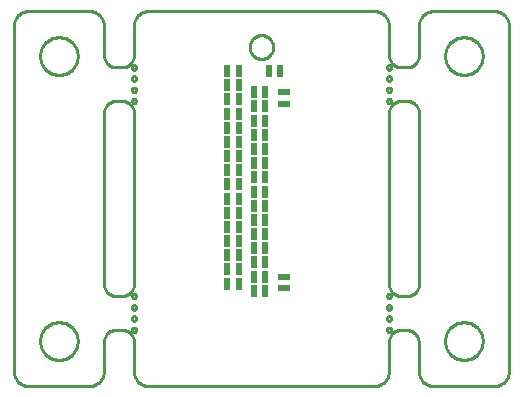
<source format=gbr>
G04 EAGLE Gerber RS-274X export*
G75*
%MOIN*%
%FSLAX34Y34*%
%LPD*%
%INSolderpaste Bottom*%
%IPPOS*%
%AMOC8*
5,1,8,0,0,1.08239X$1,22.5*%
G01*
%ADD10R,0.021654X0.039370*%
%ADD11R,0.023622X0.039370*%
%ADD12R,0.039370X0.021654*%
%ADD13R,0.039370X0.023622*%
%ADD14C,0.010000*%


D10*
X-884Y-1890D03*
D11*
X-500Y-1890D03*
D10*
X-884Y-2362D03*
D11*
X-500Y-2362D03*
D10*
X-884Y-3780D03*
D11*
X-500Y-3780D03*
D10*
X-884Y-4252D03*
D11*
X-500Y-4252D03*
D10*
X-884Y-6614D03*
D11*
X-500Y-6614D03*
D10*
X-884Y-7087D03*
D11*
X-500Y-7087D03*
D10*
X384Y-3071D03*
D11*
X0Y-3071D03*
D10*
X384Y-2598D03*
D11*
X0Y-2598D03*
D10*
X384Y-7323D03*
D11*
X0Y-7323D03*
D10*
X384Y-6850D03*
D11*
X0Y-6850D03*
D10*
X384Y-6378D03*
D11*
X0Y-6378D03*
D10*
X-884Y-5669D03*
D11*
X-500Y-5669D03*
D10*
X-884Y-6142D03*
D11*
X-500Y-6142D03*
D12*
X1000Y-7234D03*
D13*
X1000Y-6850D03*
D10*
X884Y0D03*
D11*
X500Y0D03*
D10*
X384Y-2126D03*
D11*
X0Y-2126D03*
D10*
X384Y-1654D03*
D11*
X0Y-1654D03*
D10*
X384Y-1181D03*
D11*
X0Y-1181D03*
D10*
X384Y-709D03*
D11*
X0Y-709D03*
D10*
X384Y-5906D03*
D11*
X0Y-5906D03*
D10*
X384Y-5433D03*
D11*
X0Y-5433D03*
D10*
X384Y-4961D03*
D11*
X0Y-4961D03*
D10*
X384Y-4488D03*
D11*
X0Y-4488D03*
D10*
X384Y-4016D03*
D11*
X0Y-4016D03*
D10*
X384Y-3543D03*
D11*
X0Y-3543D03*
D12*
X1000Y-1093D03*
D13*
X1000Y-709D03*
D10*
X-884Y0D03*
D11*
X-500Y0D03*
D10*
X-884Y-472D03*
D11*
X-500Y-472D03*
D10*
X-884Y-945D03*
D11*
X-500Y-945D03*
D10*
X-884Y-1417D03*
D11*
X-500Y-1417D03*
D10*
X-884Y-2835D03*
D11*
X-500Y-2835D03*
D10*
X-884Y-3307D03*
D11*
X-500Y-3307D03*
D10*
X-884Y-4724D03*
D11*
X-500Y-4724D03*
D10*
X-884Y-5197D03*
D11*
X-500Y-5197D03*
D14*
X-8000Y-10000D02*
X-7998Y-10044D01*
X-7992Y-10087D01*
X-7983Y-10129D01*
X-7970Y-10171D01*
X-7953Y-10211D01*
X-7933Y-10250D01*
X-7910Y-10287D01*
X-7883Y-10321D01*
X-7854Y-10354D01*
X-7821Y-10383D01*
X-7787Y-10410D01*
X-7750Y-10433D01*
X-7711Y-10453D01*
X-7671Y-10470D01*
X-7629Y-10483D01*
X-7587Y-10492D01*
X-7544Y-10498D01*
X-7500Y-10500D01*
X-5500Y-10500D01*
X-5456Y-10498D01*
X-5413Y-10492D01*
X-5371Y-10483D01*
X-5329Y-10470D01*
X-5289Y-10453D01*
X-5250Y-10433D01*
X-5213Y-10410D01*
X-5179Y-10383D01*
X-5146Y-10354D01*
X-5117Y-10321D01*
X-5090Y-10287D01*
X-5067Y-10250D01*
X-5047Y-10211D01*
X-5030Y-10171D01*
X-5017Y-10129D01*
X-5008Y-10087D01*
X-5002Y-10044D01*
X-5000Y-10000D01*
X-5000Y-9025D01*
X-4998Y-8990D01*
X-4994Y-8956D01*
X-4986Y-8921D01*
X-4976Y-8888D01*
X-4963Y-8856D01*
X-4946Y-8825D01*
X-4928Y-8796D01*
X-4906Y-8768D01*
X-4883Y-8742D01*
X-4857Y-8719D01*
X-4829Y-8697D01*
X-4800Y-8679D01*
X-4769Y-8662D01*
X-4737Y-8649D01*
X-4704Y-8639D01*
X-4669Y-8631D01*
X-4635Y-8627D01*
X-4600Y-8625D01*
X-4400Y-8625D01*
X-4365Y-8627D01*
X-4331Y-8631D01*
X-4296Y-8639D01*
X-4263Y-8649D01*
X-4231Y-8662D01*
X-4200Y-8679D01*
X-4171Y-8697D01*
X-4143Y-8719D01*
X-4117Y-8742D01*
X-4094Y-8768D01*
X-4072Y-8796D01*
X-4054Y-8825D01*
X-4037Y-8856D01*
X-4024Y-8888D01*
X-4014Y-8921D01*
X-4006Y-8956D01*
X-4002Y-8990D01*
X-4000Y-9025D01*
X-4000Y-10000D01*
X-3998Y-10044D01*
X-3992Y-10087D01*
X-3983Y-10129D01*
X-3970Y-10171D01*
X-3953Y-10211D01*
X-3933Y-10250D01*
X-3910Y-10287D01*
X-3883Y-10321D01*
X-3854Y-10354D01*
X-3821Y-10383D01*
X-3787Y-10410D01*
X-3750Y-10433D01*
X-3711Y-10453D01*
X-3671Y-10470D01*
X-3629Y-10483D01*
X-3587Y-10492D01*
X-3544Y-10498D01*
X-3500Y-10500D01*
X4000Y-10500D01*
X4044Y-10498D01*
X4087Y-10492D01*
X4129Y-10483D01*
X4171Y-10470D01*
X4211Y-10453D01*
X4250Y-10433D01*
X4287Y-10410D01*
X4321Y-10383D01*
X4354Y-10354D01*
X4383Y-10321D01*
X4410Y-10287D01*
X4433Y-10250D01*
X4453Y-10211D01*
X4470Y-10171D01*
X4483Y-10129D01*
X4492Y-10087D01*
X4498Y-10044D01*
X4500Y-10000D01*
X4500Y-9025D01*
X4502Y-8990D01*
X4506Y-8956D01*
X4514Y-8921D01*
X4524Y-8888D01*
X4537Y-8856D01*
X4554Y-8825D01*
X4572Y-8796D01*
X4594Y-8768D01*
X4617Y-8742D01*
X4643Y-8719D01*
X4671Y-8697D01*
X4700Y-8679D01*
X4731Y-8662D01*
X4763Y-8649D01*
X4796Y-8639D01*
X4831Y-8631D01*
X4865Y-8627D01*
X4900Y-8625D01*
X5100Y-8625D01*
X5140Y-8632D01*
X5179Y-8643D01*
X5218Y-8657D01*
X5254Y-8674D01*
X5290Y-8695D01*
X5323Y-8718D01*
X5354Y-8744D01*
X5383Y-8773D01*
X5409Y-8805D01*
X5432Y-8838D01*
X5452Y-8873D01*
X5469Y-8910D01*
X5483Y-8949D01*
X5493Y-8988D01*
X5500Y-9028D01*
X5504Y-9069D01*
X5504Y-9109D01*
X5500Y-9150D01*
X5500Y-10000D01*
X5502Y-10044D01*
X5508Y-10087D01*
X5517Y-10129D01*
X5530Y-10171D01*
X5547Y-10211D01*
X5567Y-10250D01*
X5590Y-10287D01*
X5617Y-10321D01*
X5646Y-10354D01*
X5679Y-10383D01*
X5713Y-10410D01*
X5750Y-10433D01*
X5789Y-10453D01*
X5829Y-10470D01*
X5871Y-10483D01*
X5913Y-10492D01*
X5956Y-10498D01*
X6000Y-10500D01*
X8000Y-10500D01*
X8044Y-10498D01*
X8087Y-10492D01*
X8129Y-10483D01*
X8171Y-10470D01*
X8211Y-10453D01*
X8250Y-10433D01*
X8287Y-10410D01*
X8321Y-10383D01*
X8354Y-10354D01*
X8383Y-10321D01*
X8410Y-10287D01*
X8433Y-10250D01*
X8453Y-10211D01*
X8470Y-10171D01*
X8483Y-10129D01*
X8492Y-10087D01*
X8498Y-10044D01*
X8500Y-10000D01*
X8500Y1500D01*
X8498Y1544D01*
X8492Y1587D01*
X8483Y1629D01*
X8470Y1671D01*
X8453Y1711D01*
X8433Y1750D01*
X8410Y1787D01*
X8383Y1821D01*
X8354Y1854D01*
X8321Y1883D01*
X8287Y1910D01*
X8250Y1933D01*
X8211Y1953D01*
X8171Y1970D01*
X8129Y1983D01*
X8087Y1992D01*
X8044Y1998D01*
X8000Y2000D01*
X6000Y2000D01*
X5956Y1998D01*
X5913Y1992D01*
X5871Y1983D01*
X5829Y1970D01*
X5789Y1953D01*
X5750Y1933D01*
X5713Y1910D01*
X5679Y1883D01*
X5646Y1854D01*
X5617Y1821D01*
X5590Y1787D01*
X5567Y1750D01*
X5547Y1711D01*
X5530Y1671D01*
X5517Y1629D01*
X5508Y1587D01*
X5502Y1544D01*
X5500Y1500D01*
X5500Y525D01*
X5498Y490D01*
X5494Y456D01*
X5486Y421D01*
X5476Y388D01*
X5463Y356D01*
X5446Y325D01*
X5428Y296D01*
X5406Y268D01*
X5383Y242D01*
X5357Y219D01*
X5329Y197D01*
X5300Y179D01*
X5269Y162D01*
X5237Y149D01*
X5204Y139D01*
X5169Y131D01*
X5135Y127D01*
X5100Y125D01*
X4900Y125D01*
X4865Y127D01*
X4831Y131D01*
X4796Y139D01*
X4763Y149D01*
X4731Y162D01*
X4700Y179D01*
X4671Y197D01*
X4643Y219D01*
X4617Y242D01*
X4594Y268D01*
X4572Y296D01*
X4554Y325D01*
X4537Y356D01*
X4524Y388D01*
X4514Y421D01*
X4506Y456D01*
X4502Y490D01*
X4500Y525D01*
X4500Y1500D01*
X4498Y1544D01*
X4492Y1587D01*
X4483Y1629D01*
X4470Y1671D01*
X4453Y1711D01*
X4433Y1750D01*
X4410Y1787D01*
X4383Y1821D01*
X4354Y1854D01*
X4321Y1883D01*
X4287Y1910D01*
X4250Y1933D01*
X4211Y1953D01*
X4171Y1970D01*
X4129Y1983D01*
X4087Y1992D01*
X4044Y1998D01*
X4000Y2000D01*
X-3500Y2000D01*
X-3544Y1998D01*
X-3587Y1992D01*
X-3629Y1983D01*
X-3671Y1970D01*
X-3711Y1953D01*
X-3750Y1933D01*
X-3787Y1910D01*
X-3821Y1883D01*
X-3854Y1854D01*
X-3883Y1821D01*
X-3910Y1787D01*
X-3933Y1750D01*
X-3953Y1711D01*
X-3970Y1671D01*
X-3983Y1629D01*
X-3992Y1587D01*
X-3998Y1544D01*
X-4000Y1500D01*
X-4000Y525D01*
X-4002Y490D01*
X-4006Y456D01*
X-4014Y421D01*
X-4024Y388D01*
X-4037Y356D01*
X-4054Y325D01*
X-4072Y296D01*
X-4094Y268D01*
X-4117Y242D01*
X-4143Y219D01*
X-4171Y197D01*
X-4200Y179D01*
X-4231Y162D01*
X-4263Y149D01*
X-4296Y139D01*
X-4331Y131D01*
X-4365Y127D01*
X-4400Y125D01*
X-4600Y125D01*
X-4635Y127D01*
X-4669Y131D01*
X-4704Y139D01*
X-4737Y149D01*
X-4769Y162D01*
X-4800Y179D01*
X-4829Y197D01*
X-4857Y219D01*
X-4883Y242D01*
X-4906Y268D01*
X-4928Y296D01*
X-4946Y325D01*
X-4963Y356D01*
X-4976Y388D01*
X-4986Y421D01*
X-4994Y456D01*
X-4998Y490D01*
X-5000Y525D01*
X-5000Y1500D01*
X-5002Y1544D01*
X-5008Y1587D01*
X-5017Y1629D01*
X-5030Y1671D01*
X-5047Y1711D01*
X-5067Y1750D01*
X-5090Y1787D01*
X-5117Y1821D01*
X-5146Y1854D01*
X-5179Y1883D01*
X-5213Y1910D01*
X-5250Y1933D01*
X-5289Y1953D01*
X-5329Y1970D01*
X-5371Y1983D01*
X-5413Y1992D01*
X-5456Y1998D01*
X-5500Y2000D01*
X-7500Y2000D01*
X-7544Y1998D01*
X-7587Y1992D01*
X-7629Y1983D01*
X-7671Y1970D01*
X-7711Y1953D01*
X-7750Y1933D01*
X-7787Y1910D01*
X-7821Y1883D01*
X-7854Y1854D01*
X-7883Y1821D01*
X-7910Y1787D01*
X-7933Y1750D01*
X-7953Y1711D01*
X-7970Y1671D01*
X-7983Y1629D01*
X-7992Y1587D01*
X-7998Y1544D01*
X-8000Y1500D01*
X-8000Y-10000D01*
X4500Y-7100D02*
X4502Y-7135D01*
X4506Y-7169D01*
X4514Y-7204D01*
X4524Y-7237D01*
X4537Y-7269D01*
X4554Y-7300D01*
X4572Y-7329D01*
X4594Y-7357D01*
X4617Y-7383D01*
X4643Y-7406D01*
X4671Y-7428D01*
X4700Y-7446D01*
X4731Y-7463D01*
X4763Y-7476D01*
X4796Y-7486D01*
X4831Y-7494D01*
X4865Y-7498D01*
X4900Y-7500D01*
X5100Y-7500D01*
X5135Y-7498D01*
X5169Y-7494D01*
X5204Y-7486D01*
X5237Y-7476D01*
X5269Y-7463D01*
X5300Y-7446D01*
X5329Y-7428D01*
X5357Y-7406D01*
X5383Y-7383D01*
X5406Y-7357D01*
X5428Y-7329D01*
X5446Y-7300D01*
X5463Y-7269D01*
X5476Y-7237D01*
X5486Y-7204D01*
X5494Y-7169D01*
X5498Y-7135D01*
X5500Y-7100D01*
X5500Y-1400D01*
X5498Y-1365D01*
X5494Y-1331D01*
X5486Y-1296D01*
X5476Y-1263D01*
X5463Y-1231D01*
X5446Y-1200D01*
X5428Y-1171D01*
X5406Y-1143D01*
X5383Y-1117D01*
X5357Y-1094D01*
X5329Y-1072D01*
X5300Y-1054D01*
X5269Y-1037D01*
X5237Y-1024D01*
X5204Y-1014D01*
X5169Y-1006D01*
X5135Y-1002D01*
X5100Y-1000D01*
X4900Y-1000D01*
X4865Y-1002D01*
X4831Y-1006D01*
X4796Y-1014D01*
X4763Y-1024D01*
X4731Y-1037D01*
X4700Y-1054D01*
X4671Y-1072D01*
X4643Y-1094D01*
X4617Y-1117D01*
X4594Y-1143D01*
X4572Y-1171D01*
X4554Y-1200D01*
X4537Y-1231D01*
X4524Y-1263D01*
X4514Y-1296D01*
X4506Y-1331D01*
X4502Y-1365D01*
X4500Y-1400D01*
X4500Y-7100D01*
X-5000Y-7100D02*
X-4998Y-7135D01*
X-4994Y-7169D01*
X-4986Y-7204D01*
X-4976Y-7237D01*
X-4963Y-7269D01*
X-4946Y-7300D01*
X-4928Y-7329D01*
X-4906Y-7357D01*
X-4883Y-7383D01*
X-4857Y-7406D01*
X-4829Y-7428D01*
X-4800Y-7446D01*
X-4769Y-7463D01*
X-4737Y-7476D01*
X-4704Y-7486D01*
X-4669Y-7494D01*
X-4635Y-7498D01*
X-4600Y-7500D01*
X-4400Y-7500D01*
X-4365Y-7498D01*
X-4331Y-7494D01*
X-4296Y-7486D01*
X-4263Y-7476D01*
X-4231Y-7463D01*
X-4200Y-7446D01*
X-4171Y-7428D01*
X-4143Y-7406D01*
X-4117Y-7383D01*
X-4094Y-7357D01*
X-4072Y-7329D01*
X-4054Y-7300D01*
X-4037Y-7269D01*
X-4024Y-7237D01*
X-4014Y-7204D01*
X-4006Y-7169D01*
X-4002Y-7135D01*
X-4000Y-7100D01*
X-4000Y-1400D01*
X-4002Y-1365D01*
X-4006Y-1331D01*
X-4014Y-1296D01*
X-4024Y-1263D01*
X-4037Y-1231D01*
X-4054Y-1200D01*
X-4072Y-1171D01*
X-4094Y-1143D01*
X-4117Y-1117D01*
X-4143Y-1094D01*
X-4171Y-1072D01*
X-4200Y-1054D01*
X-4231Y-1037D01*
X-4263Y-1024D01*
X-4296Y-1014D01*
X-4331Y-1006D01*
X-4365Y-1002D01*
X-4400Y-1000D01*
X-4600Y-1000D01*
X-4635Y-1002D01*
X-4669Y-1006D01*
X-4704Y-1014D01*
X-4737Y-1024D01*
X-4769Y-1037D01*
X-4800Y-1054D01*
X-4829Y-1072D01*
X-4857Y-1094D01*
X-4883Y-1117D01*
X-4906Y-1143D01*
X-4928Y-1171D01*
X-4946Y-1200D01*
X-4963Y-1231D01*
X-4976Y-1263D01*
X-4986Y-1296D01*
X-4994Y-1331D01*
X-4998Y-1365D01*
X-5000Y-1400D01*
X-5000Y-7100D01*
X4575Y-8632D02*
X4572Y-8647D01*
X4566Y-8661D01*
X4558Y-8673D01*
X4548Y-8683D01*
X4536Y-8691D01*
X4522Y-8697D01*
X4507Y-8700D01*
X4493Y-8700D01*
X4478Y-8697D01*
X4464Y-8691D01*
X4452Y-8683D01*
X4442Y-8673D01*
X4434Y-8661D01*
X4428Y-8647D01*
X4425Y-8632D01*
X4425Y-8618D01*
X4428Y-8603D01*
X4434Y-8589D01*
X4442Y-8577D01*
X4452Y-8567D01*
X4464Y-8559D01*
X4478Y-8553D01*
X4493Y-8550D01*
X4507Y-8550D01*
X4522Y-8553D01*
X4536Y-8559D01*
X4548Y-8567D01*
X4558Y-8577D01*
X4566Y-8589D01*
X4572Y-8603D01*
X4575Y-8618D01*
X4575Y-8632D01*
X4575Y-7507D02*
X4572Y-7522D01*
X4566Y-7536D01*
X4558Y-7548D01*
X4548Y-7558D01*
X4536Y-7566D01*
X4522Y-7572D01*
X4507Y-7575D01*
X4493Y-7575D01*
X4478Y-7572D01*
X4464Y-7566D01*
X4452Y-7558D01*
X4442Y-7548D01*
X4434Y-7536D01*
X4428Y-7522D01*
X4425Y-7507D01*
X4425Y-7493D01*
X4428Y-7478D01*
X4434Y-7464D01*
X4442Y-7452D01*
X4452Y-7442D01*
X4464Y-7434D01*
X4478Y-7428D01*
X4493Y-7425D01*
X4507Y-7425D01*
X4522Y-7428D01*
X4536Y-7434D01*
X4548Y-7442D01*
X4558Y-7452D01*
X4566Y-7464D01*
X4572Y-7478D01*
X4575Y-7493D01*
X4575Y-7507D01*
X4575Y-7882D02*
X4572Y-7897D01*
X4566Y-7911D01*
X4558Y-7923D01*
X4548Y-7933D01*
X4536Y-7941D01*
X4522Y-7947D01*
X4507Y-7950D01*
X4493Y-7950D01*
X4478Y-7947D01*
X4464Y-7941D01*
X4452Y-7933D01*
X4442Y-7923D01*
X4434Y-7911D01*
X4428Y-7897D01*
X4425Y-7882D01*
X4425Y-7868D01*
X4428Y-7853D01*
X4434Y-7839D01*
X4442Y-7827D01*
X4452Y-7817D01*
X4464Y-7809D01*
X4478Y-7803D01*
X4493Y-7800D01*
X4507Y-7800D01*
X4522Y-7803D01*
X4536Y-7809D01*
X4548Y-7817D01*
X4558Y-7827D01*
X4566Y-7839D01*
X4572Y-7853D01*
X4575Y-7868D01*
X4575Y-7882D01*
X4575Y-8257D02*
X4572Y-8272D01*
X4566Y-8286D01*
X4558Y-8298D01*
X4548Y-8308D01*
X4536Y-8316D01*
X4522Y-8322D01*
X4507Y-8325D01*
X4493Y-8325D01*
X4478Y-8322D01*
X4464Y-8316D01*
X4452Y-8308D01*
X4442Y-8298D01*
X4434Y-8286D01*
X4428Y-8272D01*
X4425Y-8257D01*
X4425Y-8243D01*
X4428Y-8228D01*
X4434Y-8214D01*
X4442Y-8202D01*
X4452Y-8192D01*
X4464Y-8184D01*
X4478Y-8178D01*
X4493Y-8175D01*
X4507Y-8175D01*
X4522Y-8178D01*
X4536Y-8184D01*
X4548Y-8192D01*
X4558Y-8202D01*
X4566Y-8214D01*
X4572Y-8228D01*
X4575Y-8243D01*
X4575Y-8257D01*
X7625Y-9020D02*
X7622Y-9061D01*
X7617Y-9102D01*
X7609Y-9142D01*
X7598Y-9182D01*
X7585Y-9220D01*
X7570Y-9258D01*
X7551Y-9295D01*
X7531Y-9330D01*
X7508Y-9364D01*
X7483Y-9397D01*
X7456Y-9427D01*
X7427Y-9456D01*
X7397Y-9483D01*
X7364Y-9508D01*
X7330Y-9531D01*
X7295Y-9551D01*
X7258Y-9570D01*
X7220Y-9585D01*
X7182Y-9598D01*
X7142Y-9609D01*
X7102Y-9617D01*
X7061Y-9622D01*
X7020Y-9625D01*
X6980Y-9625D01*
X6939Y-9622D01*
X6898Y-9617D01*
X6858Y-9609D01*
X6818Y-9598D01*
X6780Y-9585D01*
X6742Y-9570D01*
X6705Y-9551D01*
X6670Y-9531D01*
X6636Y-9508D01*
X6603Y-9483D01*
X6573Y-9456D01*
X6544Y-9427D01*
X6517Y-9397D01*
X6492Y-9364D01*
X6469Y-9330D01*
X6449Y-9295D01*
X6430Y-9258D01*
X6415Y-9220D01*
X6402Y-9182D01*
X6391Y-9142D01*
X6383Y-9102D01*
X6378Y-9061D01*
X6375Y-9020D01*
X6375Y-8980D01*
X6378Y-8939D01*
X6383Y-8898D01*
X6391Y-8858D01*
X6402Y-8818D01*
X6415Y-8780D01*
X6430Y-8742D01*
X6449Y-8705D01*
X6469Y-8670D01*
X6492Y-8636D01*
X6517Y-8603D01*
X6544Y-8573D01*
X6573Y-8544D01*
X6603Y-8517D01*
X6636Y-8492D01*
X6670Y-8469D01*
X6705Y-8449D01*
X6742Y-8430D01*
X6780Y-8415D01*
X6818Y-8402D01*
X6858Y-8391D01*
X6898Y-8383D01*
X6939Y-8378D01*
X6980Y-8375D01*
X7020Y-8375D01*
X7061Y-8378D01*
X7102Y-8383D01*
X7142Y-8391D01*
X7182Y-8402D01*
X7220Y-8415D01*
X7258Y-8430D01*
X7295Y-8449D01*
X7330Y-8469D01*
X7364Y-8492D01*
X7397Y-8517D01*
X7427Y-8544D01*
X7456Y-8573D01*
X7483Y-8603D01*
X7508Y-8636D01*
X7531Y-8670D01*
X7551Y-8705D01*
X7570Y-8742D01*
X7585Y-8780D01*
X7598Y-8818D01*
X7609Y-8858D01*
X7617Y-8898D01*
X7622Y-8939D01*
X7625Y-8980D01*
X7625Y-9020D01*
X644Y783D02*
X641Y749D01*
X635Y715D01*
X626Y681D01*
X614Y649D01*
X600Y618D01*
X582Y588D01*
X563Y560D01*
X541Y534D01*
X516Y509D01*
X490Y487D01*
X462Y468D01*
X432Y450D01*
X401Y436D01*
X369Y424D01*
X335Y415D01*
X301Y409D01*
X267Y406D01*
X233Y406D01*
X199Y409D01*
X165Y415D01*
X131Y424D01*
X99Y436D01*
X68Y450D01*
X38Y468D01*
X10Y487D01*
X-16Y509D01*
X-41Y534D01*
X-63Y560D01*
X-82Y588D01*
X-100Y618D01*
X-114Y649D01*
X-126Y681D01*
X-135Y715D01*
X-141Y749D01*
X-144Y783D01*
X-144Y817D01*
X-141Y851D01*
X-135Y885D01*
X-126Y919D01*
X-114Y951D01*
X-100Y982D01*
X-82Y1012D01*
X-63Y1040D01*
X-41Y1066D01*
X-16Y1091D01*
X10Y1113D01*
X38Y1132D01*
X68Y1150D01*
X99Y1164D01*
X131Y1176D01*
X165Y1185D01*
X199Y1191D01*
X233Y1194D01*
X267Y1194D01*
X301Y1191D01*
X335Y1185D01*
X369Y1176D01*
X401Y1164D01*
X432Y1150D01*
X462Y1132D01*
X490Y1113D01*
X516Y1091D01*
X541Y1066D01*
X563Y1040D01*
X582Y1012D01*
X600Y982D01*
X614Y951D01*
X626Y919D01*
X635Y885D01*
X641Y851D01*
X644Y817D01*
X644Y783D01*
X4575Y-1007D02*
X4572Y-1022D01*
X4566Y-1036D01*
X4558Y-1048D01*
X4548Y-1058D01*
X4536Y-1066D01*
X4522Y-1072D01*
X4507Y-1075D01*
X4493Y-1075D01*
X4478Y-1072D01*
X4464Y-1066D01*
X4452Y-1058D01*
X4442Y-1048D01*
X4434Y-1036D01*
X4428Y-1022D01*
X4425Y-1007D01*
X4425Y-993D01*
X4428Y-978D01*
X4434Y-964D01*
X4442Y-952D01*
X4452Y-942D01*
X4464Y-934D01*
X4478Y-928D01*
X4493Y-925D01*
X4507Y-925D01*
X4522Y-928D01*
X4536Y-934D01*
X4548Y-942D01*
X4558Y-952D01*
X4566Y-964D01*
X4572Y-978D01*
X4575Y-993D01*
X4575Y-1007D01*
X4575Y118D02*
X4572Y103D01*
X4566Y89D01*
X4558Y77D01*
X4548Y67D01*
X4536Y59D01*
X4522Y53D01*
X4507Y50D01*
X4493Y50D01*
X4478Y53D01*
X4464Y59D01*
X4452Y67D01*
X4442Y77D01*
X4434Y89D01*
X4428Y103D01*
X4425Y118D01*
X4425Y132D01*
X4428Y147D01*
X4434Y161D01*
X4442Y173D01*
X4452Y183D01*
X4464Y191D01*
X4478Y197D01*
X4493Y200D01*
X4507Y200D01*
X4522Y197D01*
X4536Y191D01*
X4548Y183D01*
X4558Y173D01*
X4566Y161D01*
X4572Y147D01*
X4575Y132D01*
X4575Y118D01*
X4575Y-257D02*
X4572Y-272D01*
X4566Y-286D01*
X4558Y-298D01*
X4548Y-308D01*
X4536Y-316D01*
X4522Y-322D01*
X4507Y-325D01*
X4493Y-325D01*
X4478Y-322D01*
X4464Y-316D01*
X4452Y-308D01*
X4442Y-298D01*
X4434Y-286D01*
X4428Y-272D01*
X4425Y-257D01*
X4425Y-243D01*
X4428Y-228D01*
X4434Y-214D01*
X4442Y-202D01*
X4452Y-192D01*
X4464Y-184D01*
X4478Y-178D01*
X4493Y-175D01*
X4507Y-175D01*
X4522Y-178D01*
X4536Y-184D01*
X4548Y-192D01*
X4558Y-202D01*
X4566Y-214D01*
X4572Y-228D01*
X4575Y-243D01*
X4575Y-257D01*
X4575Y-632D02*
X4572Y-647D01*
X4566Y-661D01*
X4558Y-673D01*
X4548Y-683D01*
X4536Y-691D01*
X4522Y-697D01*
X4507Y-700D01*
X4493Y-700D01*
X4478Y-697D01*
X4464Y-691D01*
X4452Y-683D01*
X4442Y-673D01*
X4434Y-661D01*
X4428Y-647D01*
X4425Y-632D01*
X4425Y-618D01*
X4428Y-603D01*
X4434Y-589D01*
X4442Y-577D01*
X4452Y-567D01*
X4464Y-559D01*
X4478Y-553D01*
X4493Y-550D01*
X4507Y-550D01*
X4522Y-553D01*
X4536Y-559D01*
X4548Y-567D01*
X4558Y-577D01*
X4566Y-589D01*
X4572Y-603D01*
X4575Y-618D01*
X4575Y-632D01*
X-3925Y-1007D02*
X-3928Y-1022D01*
X-3934Y-1036D01*
X-3942Y-1048D01*
X-3952Y-1058D01*
X-3964Y-1066D01*
X-3978Y-1072D01*
X-3993Y-1075D01*
X-4007Y-1075D01*
X-4022Y-1072D01*
X-4036Y-1066D01*
X-4048Y-1058D01*
X-4058Y-1048D01*
X-4066Y-1036D01*
X-4072Y-1022D01*
X-4075Y-1007D01*
X-4075Y-993D01*
X-4072Y-978D01*
X-4066Y-964D01*
X-4058Y-952D01*
X-4048Y-942D01*
X-4036Y-934D01*
X-4022Y-928D01*
X-4007Y-925D01*
X-3993Y-925D01*
X-3978Y-928D01*
X-3964Y-934D01*
X-3952Y-942D01*
X-3942Y-952D01*
X-3934Y-964D01*
X-3928Y-978D01*
X-3925Y-993D01*
X-3925Y-1007D01*
X-3925Y118D02*
X-3928Y103D01*
X-3934Y89D01*
X-3942Y77D01*
X-3952Y67D01*
X-3964Y59D01*
X-3978Y53D01*
X-3993Y50D01*
X-4007Y50D01*
X-4022Y53D01*
X-4036Y59D01*
X-4048Y67D01*
X-4058Y77D01*
X-4066Y89D01*
X-4072Y103D01*
X-4075Y118D01*
X-4075Y132D01*
X-4072Y147D01*
X-4066Y161D01*
X-4058Y173D01*
X-4048Y183D01*
X-4036Y191D01*
X-4022Y197D01*
X-4007Y200D01*
X-3993Y200D01*
X-3978Y197D01*
X-3964Y191D01*
X-3952Y183D01*
X-3942Y173D01*
X-3934Y161D01*
X-3928Y147D01*
X-3925Y132D01*
X-3925Y118D01*
X-3925Y-257D02*
X-3928Y-272D01*
X-3934Y-286D01*
X-3942Y-298D01*
X-3952Y-308D01*
X-3964Y-316D01*
X-3978Y-322D01*
X-3993Y-325D01*
X-4007Y-325D01*
X-4022Y-322D01*
X-4036Y-316D01*
X-4048Y-308D01*
X-4058Y-298D01*
X-4066Y-286D01*
X-4072Y-272D01*
X-4075Y-257D01*
X-4075Y-243D01*
X-4072Y-228D01*
X-4066Y-214D01*
X-4058Y-202D01*
X-4048Y-192D01*
X-4036Y-184D01*
X-4022Y-178D01*
X-4007Y-175D01*
X-3993Y-175D01*
X-3978Y-178D01*
X-3964Y-184D01*
X-3952Y-192D01*
X-3942Y-202D01*
X-3934Y-214D01*
X-3928Y-228D01*
X-3925Y-243D01*
X-3925Y-257D01*
X-3925Y-632D02*
X-3928Y-647D01*
X-3934Y-661D01*
X-3942Y-673D01*
X-3952Y-683D01*
X-3964Y-691D01*
X-3978Y-697D01*
X-3993Y-700D01*
X-4007Y-700D01*
X-4022Y-697D01*
X-4036Y-691D01*
X-4048Y-683D01*
X-4058Y-673D01*
X-4066Y-661D01*
X-4072Y-647D01*
X-4075Y-632D01*
X-4075Y-618D01*
X-4072Y-603D01*
X-4066Y-589D01*
X-4058Y-577D01*
X-4048Y-567D01*
X-4036Y-559D01*
X-4022Y-553D01*
X-4007Y-550D01*
X-3993Y-550D01*
X-3978Y-553D01*
X-3964Y-559D01*
X-3952Y-567D01*
X-3942Y-577D01*
X-3934Y-589D01*
X-3928Y-603D01*
X-3925Y-618D01*
X-3925Y-632D01*
X-3925Y-8632D02*
X-3928Y-8647D01*
X-3934Y-8661D01*
X-3942Y-8673D01*
X-3952Y-8683D01*
X-3964Y-8691D01*
X-3978Y-8697D01*
X-3993Y-8700D01*
X-4007Y-8700D01*
X-4022Y-8697D01*
X-4036Y-8691D01*
X-4048Y-8683D01*
X-4058Y-8673D01*
X-4066Y-8661D01*
X-4072Y-8647D01*
X-4075Y-8632D01*
X-4075Y-8618D01*
X-4072Y-8603D01*
X-4066Y-8589D01*
X-4058Y-8577D01*
X-4048Y-8567D01*
X-4036Y-8559D01*
X-4022Y-8553D01*
X-4007Y-8550D01*
X-3993Y-8550D01*
X-3978Y-8553D01*
X-3964Y-8559D01*
X-3952Y-8567D01*
X-3942Y-8577D01*
X-3934Y-8589D01*
X-3928Y-8603D01*
X-3925Y-8618D01*
X-3925Y-8632D01*
X-3925Y-7507D02*
X-3928Y-7522D01*
X-3934Y-7536D01*
X-3942Y-7548D01*
X-3952Y-7558D01*
X-3964Y-7566D01*
X-3978Y-7572D01*
X-3993Y-7575D01*
X-4007Y-7575D01*
X-4022Y-7572D01*
X-4036Y-7566D01*
X-4048Y-7558D01*
X-4058Y-7548D01*
X-4066Y-7536D01*
X-4072Y-7522D01*
X-4075Y-7507D01*
X-4075Y-7493D01*
X-4072Y-7478D01*
X-4066Y-7464D01*
X-4058Y-7452D01*
X-4048Y-7442D01*
X-4036Y-7434D01*
X-4022Y-7428D01*
X-4007Y-7425D01*
X-3993Y-7425D01*
X-3978Y-7428D01*
X-3964Y-7434D01*
X-3952Y-7442D01*
X-3942Y-7452D01*
X-3934Y-7464D01*
X-3928Y-7478D01*
X-3925Y-7493D01*
X-3925Y-7507D01*
X-3925Y-7882D02*
X-3928Y-7897D01*
X-3934Y-7911D01*
X-3942Y-7923D01*
X-3952Y-7933D01*
X-3964Y-7941D01*
X-3978Y-7947D01*
X-3993Y-7950D01*
X-4007Y-7950D01*
X-4022Y-7947D01*
X-4036Y-7941D01*
X-4048Y-7933D01*
X-4058Y-7923D01*
X-4066Y-7911D01*
X-4072Y-7897D01*
X-4075Y-7882D01*
X-4075Y-7868D01*
X-4072Y-7853D01*
X-4066Y-7839D01*
X-4058Y-7827D01*
X-4048Y-7817D01*
X-4036Y-7809D01*
X-4022Y-7803D01*
X-4007Y-7800D01*
X-3993Y-7800D01*
X-3978Y-7803D01*
X-3964Y-7809D01*
X-3952Y-7817D01*
X-3942Y-7827D01*
X-3934Y-7839D01*
X-3928Y-7853D01*
X-3925Y-7868D01*
X-3925Y-7882D01*
X-3925Y-8257D02*
X-3928Y-8272D01*
X-3934Y-8286D01*
X-3942Y-8298D01*
X-3952Y-8308D01*
X-3964Y-8316D01*
X-3978Y-8322D01*
X-3993Y-8325D01*
X-4007Y-8325D01*
X-4022Y-8322D01*
X-4036Y-8316D01*
X-4048Y-8308D01*
X-4058Y-8298D01*
X-4066Y-8286D01*
X-4072Y-8272D01*
X-4075Y-8257D01*
X-4075Y-8243D01*
X-4072Y-8228D01*
X-4066Y-8214D01*
X-4058Y-8202D01*
X-4048Y-8192D01*
X-4036Y-8184D01*
X-4022Y-8178D01*
X-4007Y-8175D01*
X-3993Y-8175D01*
X-3978Y-8178D01*
X-3964Y-8184D01*
X-3952Y-8192D01*
X-3942Y-8202D01*
X-3934Y-8214D01*
X-3928Y-8228D01*
X-3925Y-8243D01*
X-3925Y-8257D01*
X7625Y480D02*
X7622Y439D01*
X7617Y398D01*
X7609Y358D01*
X7598Y318D01*
X7585Y280D01*
X7570Y242D01*
X7551Y205D01*
X7531Y170D01*
X7508Y136D01*
X7483Y103D01*
X7456Y73D01*
X7427Y44D01*
X7397Y17D01*
X7364Y-8D01*
X7330Y-31D01*
X7295Y-51D01*
X7258Y-70D01*
X7220Y-85D01*
X7182Y-98D01*
X7142Y-109D01*
X7102Y-117D01*
X7061Y-122D01*
X7020Y-125D01*
X6980Y-125D01*
X6939Y-122D01*
X6898Y-117D01*
X6858Y-109D01*
X6818Y-98D01*
X6780Y-85D01*
X6742Y-70D01*
X6705Y-51D01*
X6670Y-31D01*
X6636Y-8D01*
X6603Y17D01*
X6573Y44D01*
X6544Y73D01*
X6517Y103D01*
X6492Y136D01*
X6469Y170D01*
X6449Y205D01*
X6430Y242D01*
X6415Y280D01*
X6402Y318D01*
X6391Y358D01*
X6383Y398D01*
X6378Y439D01*
X6375Y480D01*
X6375Y520D01*
X6378Y561D01*
X6383Y602D01*
X6391Y642D01*
X6402Y682D01*
X6415Y720D01*
X6430Y758D01*
X6449Y795D01*
X6469Y830D01*
X6492Y864D01*
X6517Y897D01*
X6544Y927D01*
X6573Y956D01*
X6603Y983D01*
X6636Y1008D01*
X6670Y1031D01*
X6705Y1051D01*
X6742Y1070D01*
X6780Y1085D01*
X6818Y1098D01*
X6858Y1109D01*
X6898Y1117D01*
X6939Y1122D01*
X6980Y1125D01*
X7020Y1125D01*
X7061Y1122D01*
X7102Y1117D01*
X7142Y1109D01*
X7182Y1098D01*
X7220Y1085D01*
X7258Y1070D01*
X7295Y1051D01*
X7330Y1031D01*
X7364Y1008D01*
X7397Y983D01*
X7427Y956D01*
X7456Y927D01*
X7483Y897D01*
X7508Y864D01*
X7531Y830D01*
X7551Y795D01*
X7570Y758D01*
X7585Y720D01*
X7598Y682D01*
X7609Y642D01*
X7617Y602D01*
X7622Y561D01*
X7625Y520D01*
X7625Y480D01*
X-5875Y480D02*
X-5878Y439D01*
X-5883Y398D01*
X-5891Y358D01*
X-5902Y318D01*
X-5915Y280D01*
X-5930Y242D01*
X-5949Y205D01*
X-5969Y170D01*
X-5992Y136D01*
X-6017Y103D01*
X-6044Y73D01*
X-6073Y44D01*
X-6103Y17D01*
X-6136Y-8D01*
X-6170Y-31D01*
X-6205Y-51D01*
X-6242Y-70D01*
X-6280Y-85D01*
X-6318Y-98D01*
X-6358Y-109D01*
X-6398Y-117D01*
X-6439Y-122D01*
X-6480Y-125D01*
X-6520Y-125D01*
X-6561Y-122D01*
X-6602Y-117D01*
X-6642Y-109D01*
X-6682Y-98D01*
X-6720Y-85D01*
X-6758Y-70D01*
X-6795Y-51D01*
X-6830Y-31D01*
X-6864Y-8D01*
X-6897Y17D01*
X-6927Y44D01*
X-6956Y73D01*
X-6983Y103D01*
X-7008Y136D01*
X-7031Y170D01*
X-7051Y205D01*
X-7070Y242D01*
X-7085Y280D01*
X-7098Y318D01*
X-7109Y358D01*
X-7117Y398D01*
X-7122Y439D01*
X-7125Y480D01*
X-7125Y520D01*
X-7122Y561D01*
X-7117Y602D01*
X-7109Y642D01*
X-7098Y682D01*
X-7085Y720D01*
X-7070Y758D01*
X-7051Y795D01*
X-7031Y830D01*
X-7008Y864D01*
X-6983Y897D01*
X-6956Y927D01*
X-6927Y956D01*
X-6897Y983D01*
X-6864Y1008D01*
X-6830Y1031D01*
X-6795Y1051D01*
X-6758Y1070D01*
X-6720Y1085D01*
X-6682Y1098D01*
X-6642Y1109D01*
X-6602Y1117D01*
X-6561Y1122D01*
X-6520Y1125D01*
X-6480Y1125D01*
X-6439Y1122D01*
X-6398Y1117D01*
X-6358Y1109D01*
X-6318Y1098D01*
X-6280Y1085D01*
X-6242Y1070D01*
X-6205Y1051D01*
X-6170Y1031D01*
X-6136Y1008D01*
X-6103Y983D01*
X-6073Y956D01*
X-6044Y927D01*
X-6017Y897D01*
X-5992Y864D01*
X-5969Y830D01*
X-5949Y795D01*
X-5930Y758D01*
X-5915Y720D01*
X-5902Y682D01*
X-5891Y642D01*
X-5883Y602D01*
X-5878Y561D01*
X-5875Y520D01*
X-5875Y480D01*
X-5875Y-9020D02*
X-5878Y-9061D01*
X-5883Y-9102D01*
X-5891Y-9142D01*
X-5902Y-9182D01*
X-5915Y-9220D01*
X-5930Y-9258D01*
X-5949Y-9295D01*
X-5969Y-9330D01*
X-5992Y-9364D01*
X-6017Y-9397D01*
X-6044Y-9427D01*
X-6073Y-9456D01*
X-6103Y-9483D01*
X-6136Y-9508D01*
X-6170Y-9531D01*
X-6205Y-9551D01*
X-6242Y-9570D01*
X-6280Y-9585D01*
X-6318Y-9598D01*
X-6358Y-9609D01*
X-6398Y-9617D01*
X-6439Y-9622D01*
X-6480Y-9625D01*
X-6520Y-9625D01*
X-6561Y-9622D01*
X-6602Y-9617D01*
X-6642Y-9609D01*
X-6682Y-9598D01*
X-6720Y-9585D01*
X-6758Y-9570D01*
X-6795Y-9551D01*
X-6830Y-9531D01*
X-6864Y-9508D01*
X-6897Y-9483D01*
X-6927Y-9456D01*
X-6956Y-9427D01*
X-6983Y-9397D01*
X-7008Y-9364D01*
X-7031Y-9330D01*
X-7051Y-9295D01*
X-7070Y-9258D01*
X-7085Y-9220D01*
X-7098Y-9182D01*
X-7109Y-9142D01*
X-7117Y-9102D01*
X-7122Y-9061D01*
X-7125Y-9020D01*
X-7125Y-8980D01*
X-7122Y-8939D01*
X-7117Y-8898D01*
X-7109Y-8858D01*
X-7098Y-8818D01*
X-7085Y-8780D01*
X-7070Y-8742D01*
X-7051Y-8705D01*
X-7031Y-8670D01*
X-7008Y-8636D01*
X-6983Y-8603D01*
X-6956Y-8573D01*
X-6927Y-8544D01*
X-6897Y-8517D01*
X-6864Y-8492D01*
X-6830Y-8469D01*
X-6795Y-8449D01*
X-6758Y-8430D01*
X-6720Y-8415D01*
X-6682Y-8402D01*
X-6642Y-8391D01*
X-6602Y-8383D01*
X-6561Y-8378D01*
X-6520Y-8375D01*
X-6480Y-8375D01*
X-6439Y-8378D01*
X-6398Y-8383D01*
X-6358Y-8391D01*
X-6318Y-8402D01*
X-6280Y-8415D01*
X-6242Y-8430D01*
X-6205Y-8449D01*
X-6170Y-8469D01*
X-6136Y-8492D01*
X-6103Y-8517D01*
X-6073Y-8544D01*
X-6044Y-8573D01*
X-6017Y-8603D01*
X-5992Y-8636D01*
X-5969Y-8670D01*
X-5949Y-8705D01*
X-5930Y-8742D01*
X-5915Y-8780D01*
X-5902Y-8818D01*
X-5891Y-8858D01*
X-5883Y-8898D01*
X-5878Y-8939D01*
X-5875Y-8980D01*
X-5875Y-9020D01*
M02*

</source>
